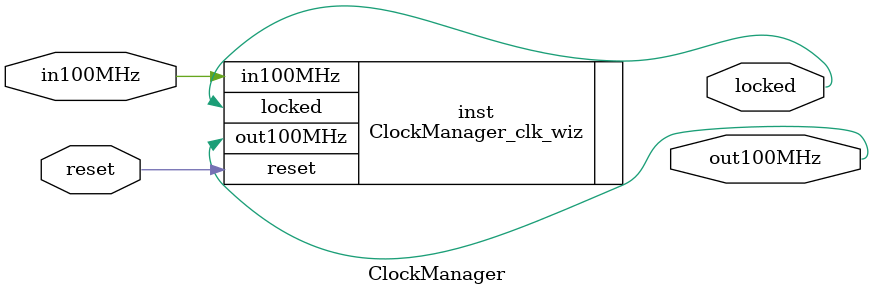
<source format=v>


`timescale 1ps/1ps

(* CORE_GENERATION_INFO = "ClockManager,clk_wiz_v6_0_0_0,{component_name=ClockManager,use_phase_alignment=true,use_min_o_jitter=false,use_max_i_jitter=false,use_dyn_phase_shift=false,use_inclk_switchover=false,use_dyn_reconfig=false,enable_axi=0,feedback_source=FDBK_AUTO,PRIMITIVE=MMCM,num_out_clk=1,clkin1_period=10.000,clkin2_period=10.000,use_power_down=false,use_reset=true,use_locked=true,use_inclk_stopped=false,feedback_type=SINGLE,CLOCK_MGR_TYPE=NA,manual_override=false}" *)

module ClockManager 
 (
  // Clock out ports
  output        out100MHz,
  // Status and control signals
  input         reset,
  output        locked,
 // Clock in ports
  input         in100MHz
 );

  ClockManager_clk_wiz inst
  (
  // Clock out ports  
  .out100MHz(out100MHz),
  // Status and control signals               
  .reset(reset), 
  .locked(locked),
 // Clock in ports
  .in100MHz(in100MHz)
  );

endmodule

</source>
